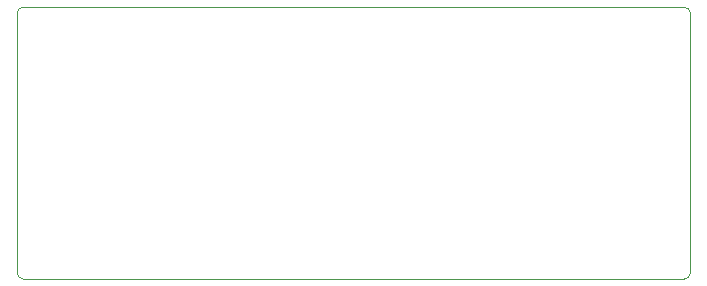
<source format=gm1>
%TF.GenerationSoftware,KiCad,Pcbnew,9.0.3*%
%TF.CreationDate,2026-02-10T01:55:30-05:00*%
%TF.ProjectId,WSG_2.0,5753475f-322e-4302-9e6b-696361645f70,rev?*%
%TF.SameCoordinates,Original*%
%TF.FileFunction,Profile,NP*%
%FSLAX46Y46*%
G04 Gerber Fmt 4.6, Leading zero omitted, Abs format (unit mm)*
G04 Created by KiCad (PCBNEW 9.0.3) date 2026-02-10 01:55:30*
%MOMM*%
%LPD*%
G01*
G04 APERTURE LIST*
%TA.AperFunction,Profile*%
%ADD10C,0.050000*%
%TD*%
G04 APERTURE END LIST*
D10*
X89500000Y-102000000D02*
G75*
G02*
X89000000Y-101500000I0J500000D01*
G01*
X145500000Y-79000000D02*
X89500000Y-79000000D01*
X146000000Y-101500000D02*
X146000000Y-79500000D01*
X146000000Y-101500000D02*
G75*
G02*
X145500000Y-102000000I-500000J0D01*
G01*
X89000000Y-79500000D02*
X89000000Y-101500000D01*
X89500000Y-102000000D02*
X145500000Y-102000000D01*
X145500000Y-79000000D02*
G75*
G02*
X146000000Y-79500000I0J-500000D01*
G01*
X89000000Y-79500000D02*
G75*
G02*
X89500000Y-79000000I500000J0D01*
G01*
M02*

</source>
